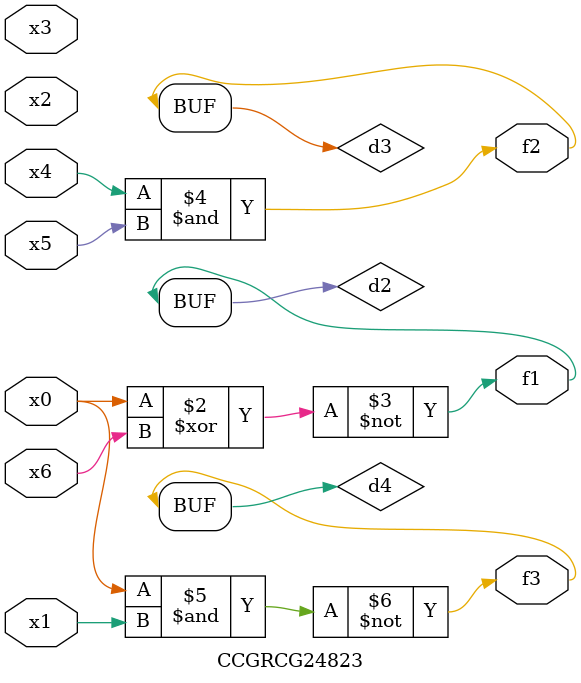
<source format=v>
module CCGRCG24823(
	input x0, x1, x2, x3, x4, x5, x6,
	output f1, f2, f3
);

	wire d1, d2, d3, d4;

	nor (d1, x0);
	xnor (d2, x0, x6);
	and (d3, x4, x5);
	nand (d4, x0, x1);
	assign f1 = d2;
	assign f2 = d3;
	assign f3 = d4;
endmodule

</source>
